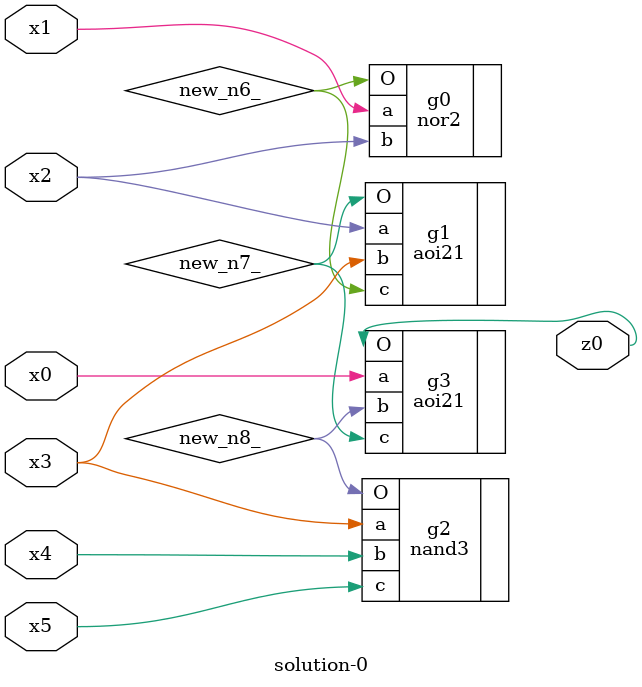
<source format=v>
module \solution-0 (
  x0, x1, x2, x3, x4, x5,
  z0 );
  input x0, x1, x2, x3, x4, x5;
  output z0;
  wire new_n6_, new_n7_, new_n8_;
  nor2  g0(.a(x1), .b(x2), .O(new_n6_));
  aoi21  g1(.a(x2), .b(x3), .c(new_n6_), .O(new_n7_));
  nand3  g2(.a(x3), .b(x4), .c(x5), .O(new_n8_));
  aoi21  g3(.a(x0), .b(new_n8_), .c(new_n7_), .O(z0));
endmodule

</source>
